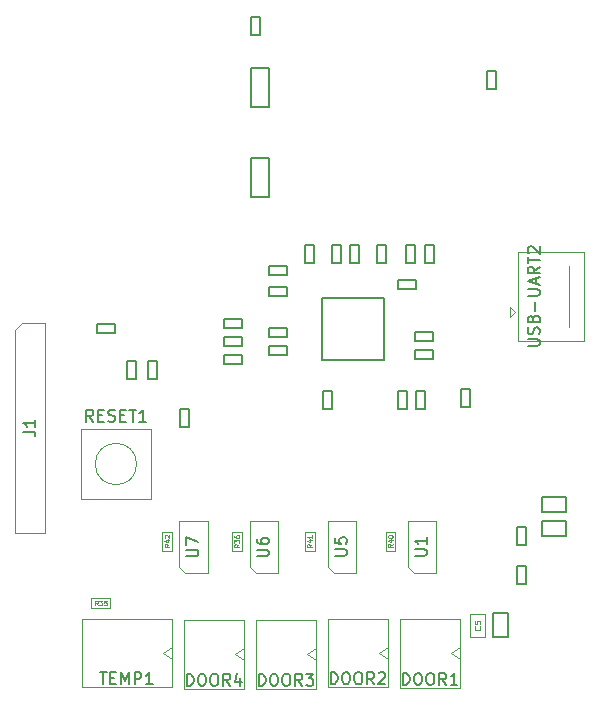
<source format=gbr>
G04 #@! TF.GenerationSoftware,KiCad,Pcbnew,(5.1.10)-1*
G04 #@! TF.CreationDate,2021-08-27T22:23:48-03:00*
G04 #@! TF.ProjectId,ESP32-GATEWAY_Rev_F,45535033-322d-4474-9154-455741595f52,F*
G04 #@! TF.SameCoordinates,Original*
G04 #@! TF.FileFunction,Other,Fab,Top*
%FSLAX46Y46*%
G04 Gerber Fmt 4.6, Leading zero omitted, Abs format (unit mm)*
G04 Created by KiCad (PCBNEW (5.1.10)-1) date 2021-08-27 22:23:48*
%MOMM*%
%LPD*%
G01*
G04 APERTURE LIST*
%ADD10C,0.100000*%
%ADD11C,0.120000*%
%ADD12C,0.127000*%
%ADD13C,0.150000*%
%ADD14C,0.060000*%
%ADD15C,0.080000*%
G04 APERTURE END LIST*
D10*
X84613500Y-116778300D02*
X83788500Y-116778300D01*
X83788500Y-116778300D02*
X83788500Y-115178300D01*
X83788500Y-115178300D02*
X84613500Y-115178300D01*
X84613500Y-115178300D02*
X84613500Y-116778300D01*
X90678000Y-128459500D02*
X90678000Y-122659500D01*
X90678000Y-122659500D02*
X85598000Y-122659500D01*
X85598000Y-122659500D02*
X85598000Y-128459500D01*
X85598000Y-128459500D02*
X90678000Y-128459500D01*
X90678000Y-126039500D02*
X89970893Y-125539500D01*
X89970893Y-125539500D02*
X90678000Y-125039500D01*
D11*
X85723500Y-118697500D02*
X87623500Y-118697500D01*
X85223500Y-118197500D02*
X85723500Y-118697500D01*
X85223500Y-114297500D02*
X85223500Y-118197500D01*
X87623500Y-114297500D02*
X85223500Y-114297500D01*
X87623500Y-118697500D02*
X87623500Y-114297500D01*
X91692500Y-118697500D02*
X93592500Y-118697500D01*
X91192500Y-118197500D02*
X91692500Y-118697500D01*
X91192500Y-114297500D02*
X91192500Y-118197500D01*
X93592500Y-114297500D02*
X91192500Y-114297500D01*
X93592500Y-118697500D02*
X93592500Y-114297500D01*
D10*
X90519000Y-116778300D02*
X89694000Y-116778300D01*
X89694000Y-116778300D02*
X89694000Y-115178300D01*
X89694000Y-115178300D02*
X90519000Y-115178300D01*
X90519000Y-115178300D02*
X90519000Y-116778300D01*
X96774000Y-128459500D02*
X96774000Y-122659500D01*
X96774000Y-122659500D02*
X91694000Y-122659500D01*
X91694000Y-122659500D02*
X91694000Y-128459500D01*
X91694000Y-128459500D02*
X96774000Y-128459500D01*
X96774000Y-126039500D02*
X96066893Y-125539500D01*
X96066893Y-125539500D02*
X96774000Y-125039500D01*
D11*
X98309200Y-118659000D02*
X100209200Y-118659000D01*
X97809200Y-118159000D02*
X98309200Y-118659000D01*
X97809200Y-114259000D02*
X97809200Y-118159000D01*
X100209200Y-114259000D02*
X97809200Y-114259000D01*
X100209200Y-118659000D02*
X100209200Y-114259000D01*
X105065600Y-118659000D02*
X106965600Y-118659000D01*
X104565600Y-118159000D02*
X105065600Y-118659000D01*
X104565600Y-114259000D02*
X104565600Y-118159000D01*
X106965600Y-114259000D02*
X104565600Y-114259000D01*
X106965600Y-118659000D02*
X106965600Y-114259000D01*
D10*
X96678500Y-116778300D02*
X95853500Y-116778300D01*
X95853500Y-116778300D02*
X95853500Y-115178300D01*
X95853500Y-115178300D02*
X96678500Y-115178300D01*
X96678500Y-115178300D02*
X96678500Y-116778300D01*
X103511100Y-116778300D02*
X102686100Y-116778300D01*
X102686100Y-116778300D02*
X102686100Y-115178300D01*
X102686100Y-115178300D02*
X103511100Y-115178300D01*
X103511100Y-115178300D02*
X103511100Y-116778300D01*
X111115000Y-124113800D02*
X109865000Y-124113800D01*
X109865000Y-124113800D02*
X109865000Y-122113800D01*
X109865000Y-122113800D02*
X111115000Y-122113800D01*
X111115000Y-122113800D02*
X111115000Y-124113800D01*
X76857600Y-106448600D02*
X76857600Y-112448600D01*
X76857600Y-112448600D02*
X82857600Y-112448600D01*
X82857600Y-112448600D02*
X82857600Y-106448600D01*
X82857600Y-106448600D02*
X76857600Y-106448600D01*
X81608314Y-109448600D02*
G75*
G03*
X81608314Y-109448600I-1750714J0D01*
G01*
X77773000Y-121634000D02*
X77773000Y-120809000D01*
X77773000Y-120809000D02*
X79373000Y-120809000D01*
X79373000Y-120809000D02*
X79373000Y-121634000D01*
X79373000Y-121634000D02*
X77773000Y-121634000D01*
X71297800Y-98120200D02*
X71932800Y-97485200D01*
X71297800Y-115265200D02*
X71297800Y-98120200D01*
X73837800Y-115265200D02*
X71297800Y-115265200D01*
X73837800Y-97485200D02*
X73837800Y-115265200D01*
X71932800Y-97485200D02*
X73837800Y-97485200D01*
X84582000Y-128332500D02*
X84582000Y-122532500D01*
X84582000Y-122532500D02*
X76962000Y-122532500D01*
X76962000Y-122532500D02*
X76962000Y-128332500D01*
X76962000Y-128332500D02*
X84582000Y-128332500D01*
X84582000Y-125912500D02*
X83874893Y-125412500D01*
X83874893Y-125412500D02*
X84582000Y-124912500D01*
X102870000Y-128332500D02*
X102870000Y-122532500D01*
X102870000Y-122532500D02*
X97790000Y-122532500D01*
X97790000Y-122532500D02*
X97790000Y-128332500D01*
X97790000Y-128332500D02*
X102870000Y-128332500D01*
X102870000Y-125912500D02*
X102162893Y-125412500D01*
X102162893Y-125412500D02*
X102870000Y-124912500D01*
X108966000Y-128396000D02*
X108966000Y-122596000D01*
X108966000Y-122596000D02*
X103886000Y-122596000D01*
X103886000Y-122596000D02*
X103886000Y-128396000D01*
X103886000Y-128396000D02*
X108966000Y-128396000D01*
X108966000Y-125976000D02*
X108258893Y-125476000D01*
X108258893Y-125476000D02*
X108966000Y-124976000D01*
X113618400Y-96562700D02*
X113218400Y-96162700D01*
X113218400Y-96162700D02*
X113218400Y-96962700D01*
X113218400Y-96962700D02*
X113618400Y-96562700D01*
X119518400Y-99012700D02*
X113918400Y-99012700D01*
X119518400Y-91512700D02*
X119518400Y-99012700D01*
X113918400Y-91512700D02*
X119518400Y-91512700D01*
X113918400Y-99012700D02*
X113918400Y-91512700D01*
X118218400Y-97862700D02*
X118218400Y-92662700D01*
D12*
X89027000Y-97917000D02*
X89789000Y-97917000D01*
X89027000Y-97155000D02*
X89027000Y-97917000D01*
X90551000Y-97155000D02*
X89027000Y-97155000D01*
X90551000Y-97917000D02*
X90551000Y-97155000D01*
X89789000Y-97917000D02*
X90551000Y-97917000D01*
D13*
X90550999Y-98679000D02*
X89788999Y-98679000D01*
X90550999Y-99441000D02*
X90550999Y-98679000D01*
X89026999Y-99441000D02*
X90550999Y-99441000D01*
X89026999Y-98679000D02*
X89026999Y-99441000D01*
X89788999Y-98679000D02*
X89026999Y-98679000D01*
D12*
X90550999Y-100203000D02*
X89788999Y-100203000D01*
X90550999Y-100965000D02*
X90550999Y-100203000D01*
X89026999Y-100965000D02*
X90550999Y-100965000D01*
X89026999Y-100203000D02*
X89026999Y-100965000D01*
X89788999Y-100203000D02*
X89026999Y-100203000D01*
X85244940Y-104754680D02*
X85244940Y-105516680D01*
X86006940Y-104754680D02*
X85244940Y-104754680D01*
X86006940Y-106278680D02*
X86006940Y-104754680D01*
X85244940Y-106278680D02*
X86006940Y-106278680D01*
X85244940Y-105516680D02*
X85244940Y-106278680D01*
D13*
X117983000Y-114300000D02*
X117983000Y-115570000D01*
X115951000Y-114300000D02*
X117983000Y-114300000D01*
X115951000Y-115570000D02*
X115951000Y-114300000D01*
X116967000Y-115570000D02*
X115951000Y-115570000D01*
X117983000Y-115570000D02*
X116967000Y-115570000D01*
X117983000Y-112268000D02*
X117983000Y-113538000D01*
X115951000Y-112268000D02*
X117983000Y-112268000D01*
X115951000Y-113538000D02*
X115951000Y-112268000D01*
X116967000Y-113538000D02*
X115951000Y-113538000D01*
X117983000Y-113538000D02*
X116967000Y-113538000D01*
D12*
X113792000Y-114808000D02*
X113792000Y-115570000D01*
X114554000Y-114808000D02*
X113792000Y-114808000D01*
X114554000Y-116332000D02*
X114554000Y-114808000D01*
X113792000Y-116332000D02*
X114554000Y-116332000D01*
X113792000Y-115570000D02*
X113792000Y-116332000D01*
X114554000Y-119634000D02*
X114554000Y-118872000D01*
X113792000Y-119634000D02*
X114554000Y-119634000D01*
X113792000Y-118110000D02*
X113792000Y-119634000D01*
X114554000Y-118110000D02*
X113792000Y-118110000D01*
X114554000Y-118872000D02*
X114554000Y-118110000D01*
X83312000Y-102235000D02*
X83312000Y-101473000D01*
X82550000Y-102235000D02*
X83312000Y-102235000D01*
X82550000Y-100711000D02*
X82550000Y-102235000D01*
X83312000Y-100711000D02*
X82550000Y-100711000D01*
X83312000Y-101473000D02*
X83312000Y-100711000D01*
D13*
X92837000Y-75946000D02*
X91313000Y-75946000D01*
X92837000Y-79248000D02*
X92837000Y-75946000D01*
X91313000Y-79248000D02*
X92837000Y-79248000D01*
X91313000Y-79248000D02*
X91313000Y-75946000D01*
X91313000Y-86868000D02*
X92837000Y-86868000D01*
X91313000Y-83566000D02*
X91313000Y-86868000D01*
X92837000Y-83566000D02*
X91313000Y-83566000D01*
X92837000Y-83566000D02*
X92837000Y-86868000D01*
D12*
X92837000Y-93472000D02*
X93599000Y-93472000D01*
X92837000Y-92710000D02*
X92837000Y-93472000D01*
X94361000Y-92710000D02*
X92837000Y-92710000D01*
X94361000Y-93472000D02*
X94361000Y-92710000D01*
X93599000Y-93472000D02*
X94361000Y-93472000D01*
X106680000Y-99822000D02*
X105918000Y-99822000D01*
X106680000Y-100584000D02*
X106680000Y-99822000D01*
X105156000Y-100584000D02*
X106680000Y-100584000D01*
X105156000Y-99822000D02*
X105156000Y-100584000D01*
X105918000Y-99822000D02*
X105156000Y-99822000D01*
X100457000Y-92456000D02*
X100457000Y-91694000D01*
X99695000Y-92456000D02*
X100457000Y-92456000D01*
X99695000Y-90932000D02*
X99695000Y-92456000D01*
X100457000Y-90932000D02*
X99695000Y-90932000D01*
X100457000Y-91694000D02*
X100457000Y-90932000D01*
X102743000Y-92456000D02*
X102743000Y-91694000D01*
X101981000Y-92456000D02*
X102743000Y-92456000D01*
X101981000Y-90932000D02*
X101981000Y-92456000D01*
X102743000Y-90932000D02*
X101981000Y-90932000D01*
X102743000Y-91694000D02*
X102743000Y-90932000D01*
X96647000Y-92456000D02*
X96647000Y-91694000D01*
X95885000Y-92456000D02*
X96647000Y-92456000D01*
X95885000Y-90932000D02*
X95885000Y-92456000D01*
X96647000Y-90932000D02*
X95885000Y-90932000D01*
X96647000Y-91694000D02*
X96647000Y-90932000D01*
X78211680Y-98391980D02*
X78973680Y-98391980D01*
X78211680Y-97629980D02*
X78211680Y-98391980D01*
X79735680Y-97629980D02*
X78211680Y-97629980D01*
X79735680Y-98391980D02*
X79735680Y-97629980D01*
X78973680Y-98391980D02*
X79735680Y-98391980D01*
X98933000Y-92456000D02*
X98933000Y-91694000D01*
X98171000Y-92456000D02*
X98933000Y-92456000D01*
X98171000Y-90932000D02*
X98171000Y-92456000D01*
X98933000Y-90932000D02*
X98171000Y-90932000D01*
X98933000Y-91694000D02*
X98933000Y-90932000D01*
X112014000Y-77724000D02*
X112014000Y-76962000D01*
X111252000Y-77724000D02*
X112014000Y-77724000D01*
X111252000Y-76200000D02*
X111252000Y-77724000D01*
X112014000Y-76200000D02*
X111252000Y-76200000D01*
X112014000Y-76962000D02*
X112014000Y-76200000D01*
X91313000Y-71628000D02*
X91313000Y-72390000D01*
X92075000Y-71628000D02*
X91313000Y-71628000D01*
X92075000Y-73152000D02*
X92075000Y-71628000D01*
X91313000Y-73152000D02*
X92075000Y-73152000D01*
X91313000Y-72390000D02*
X91313000Y-73152000D01*
X80772000Y-100711000D02*
X80772000Y-101473000D01*
X81534000Y-100711000D02*
X80772000Y-100711000D01*
X81534000Y-102235000D02*
X81534000Y-100711000D01*
X80772000Y-102235000D02*
X81534000Y-102235000D01*
X80772000Y-101473000D02*
X80772000Y-102235000D01*
D13*
X105156000Y-99060000D02*
X105918000Y-99060000D01*
X105156000Y-98298000D02*
X105156000Y-99060000D01*
X106680000Y-98298000D02*
X105156000Y-98298000D01*
X106680000Y-99060000D02*
X106680000Y-98298000D01*
X105918000Y-99060000D02*
X106680000Y-99060000D01*
X92837000Y-98679000D02*
X93599000Y-98679000D01*
X92837000Y-97917000D02*
X92837000Y-98679000D01*
X94361000Y-97917000D02*
X92837000Y-97917000D01*
X94361000Y-98679000D02*
X94361000Y-97917000D01*
X93599000Y-98679000D02*
X94361000Y-98679000D01*
X92837000Y-100203000D02*
X93599000Y-100203000D01*
X92837000Y-99441000D02*
X92837000Y-100203000D01*
X94361000Y-99441000D02*
X92837000Y-99441000D01*
X94361000Y-100203000D02*
X94361000Y-99441000D01*
X93599000Y-100203000D02*
X94361000Y-100203000D01*
X92837000Y-95250000D02*
X93599000Y-95250000D01*
X92837000Y-94488000D02*
X92837000Y-95250000D01*
X94361000Y-94488000D02*
X92837000Y-94488000D01*
X94361000Y-95250000D02*
X94361000Y-94488000D01*
X93599000Y-95250000D02*
X94361000Y-95250000D01*
X105283000Y-93853000D02*
X104521000Y-93853000D01*
X105283000Y-94615000D02*
X105283000Y-93853000D01*
X103759000Y-94615000D02*
X105283000Y-94615000D01*
X103759000Y-93853000D02*
X103759000Y-94615000D01*
X104521000Y-93853000D02*
X103759000Y-93853000D01*
X98171000Y-104775000D02*
X98171000Y-104013000D01*
X97409000Y-104775000D02*
X98171000Y-104775000D01*
X97409000Y-103251000D02*
X97409000Y-104775000D01*
X98171000Y-103251000D02*
X97409000Y-103251000D01*
X98171000Y-104013000D02*
X98171000Y-103251000D01*
X109855000Y-104648000D02*
X109855000Y-103886000D01*
X109093000Y-104648000D02*
X109855000Y-104648000D01*
X109093000Y-103124000D02*
X109093000Y-104648000D01*
X109855000Y-103124000D02*
X109093000Y-103124000D01*
X109855000Y-103886000D02*
X109855000Y-103124000D01*
X106807000Y-92456000D02*
X106807000Y-91694000D01*
X106045000Y-92456000D02*
X106807000Y-92456000D01*
X106045000Y-90932000D02*
X106045000Y-92456000D01*
X106807000Y-90932000D02*
X106045000Y-90932000D01*
X106807000Y-91694000D02*
X106807000Y-90932000D01*
X103759000Y-103251000D02*
X103759000Y-104013000D01*
X104521000Y-103251000D02*
X103759000Y-103251000D01*
X104521000Y-104775000D02*
X104521000Y-103251000D01*
X103759000Y-104775000D02*
X104521000Y-104775000D01*
X103759000Y-104013000D02*
X103759000Y-104775000D01*
X105283000Y-103251000D02*
X105283000Y-104013000D01*
X106045000Y-103251000D02*
X105283000Y-103251000D01*
X106045000Y-104775000D02*
X106045000Y-103251000D01*
X105283000Y-104775000D02*
X106045000Y-104775000D01*
X105283000Y-104013000D02*
X105283000Y-104775000D01*
X113030000Y-124079000D02*
X111760000Y-124079000D01*
X113030000Y-122047000D02*
X113030000Y-124079000D01*
X111760000Y-122047000D02*
X113030000Y-122047000D01*
X111760000Y-123063000D02*
X111760000Y-122047000D01*
X111760000Y-124079000D02*
X111760000Y-123063000D01*
X102579000Y-95414000D02*
X102579000Y-100674000D01*
X102579000Y-100674000D02*
X97319000Y-100674000D01*
X97319000Y-100674000D02*
X97319000Y-95414000D01*
X97319000Y-95414000D02*
X102579000Y-95414000D01*
D12*
X104394000Y-90932000D02*
X104394000Y-91694000D01*
X105156000Y-90932000D02*
X104394000Y-90932000D01*
X105156000Y-92456000D02*
X105156000Y-90932000D01*
X104394000Y-92456000D02*
X105156000Y-92456000D01*
X104394000Y-91694000D02*
X104394000Y-92456000D01*
D14*
X84381952Y-116235442D02*
X84191476Y-116368776D01*
X84381952Y-116464014D02*
X83981952Y-116464014D01*
X83981952Y-116311633D01*
X84001000Y-116273538D01*
X84020047Y-116254490D01*
X84058142Y-116235442D01*
X84115285Y-116235442D01*
X84153380Y-116254490D01*
X84172428Y-116273538D01*
X84191476Y-116311633D01*
X84191476Y-116464014D01*
X84115285Y-115892585D02*
X84381952Y-115892585D01*
X83962904Y-115987823D02*
X84248619Y-116083061D01*
X84248619Y-115835442D01*
X84020047Y-115702109D02*
X84001000Y-115683061D01*
X83981952Y-115644966D01*
X83981952Y-115549728D01*
X84001000Y-115511633D01*
X84020047Y-115492585D01*
X84058142Y-115473538D01*
X84096238Y-115473538D01*
X84153380Y-115492585D01*
X84381952Y-115721157D01*
X84381952Y-115473538D01*
D13*
X85852285Y-128211880D02*
X85852285Y-127211880D01*
X86090380Y-127211880D01*
X86233238Y-127259500D01*
X86328476Y-127354738D01*
X86376095Y-127449976D01*
X86423714Y-127640452D01*
X86423714Y-127783309D01*
X86376095Y-127973785D01*
X86328476Y-128069023D01*
X86233238Y-128164261D01*
X86090380Y-128211880D01*
X85852285Y-128211880D01*
X87042761Y-127211880D02*
X87233238Y-127211880D01*
X87328476Y-127259500D01*
X87423714Y-127354738D01*
X87471333Y-127545214D01*
X87471333Y-127878547D01*
X87423714Y-128069023D01*
X87328476Y-128164261D01*
X87233238Y-128211880D01*
X87042761Y-128211880D01*
X86947523Y-128164261D01*
X86852285Y-128069023D01*
X86804666Y-127878547D01*
X86804666Y-127545214D01*
X86852285Y-127354738D01*
X86947523Y-127259500D01*
X87042761Y-127211880D01*
X88090380Y-127211880D02*
X88280857Y-127211880D01*
X88376095Y-127259500D01*
X88471333Y-127354738D01*
X88518952Y-127545214D01*
X88518952Y-127878547D01*
X88471333Y-128069023D01*
X88376095Y-128164261D01*
X88280857Y-128211880D01*
X88090380Y-128211880D01*
X87995142Y-128164261D01*
X87899904Y-128069023D01*
X87852285Y-127878547D01*
X87852285Y-127545214D01*
X87899904Y-127354738D01*
X87995142Y-127259500D01*
X88090380Y-127211880D01*
X89518952Y-128211880D02*
X89185619Y-127735690D01*
X88947523Y-128211880D02*
X88947523Y-127211880D01*
X89328476Y-127211880D01*
X89423714Y-127259500D01*
X89471333Y-127307119D01*
X89518952Y-127402357D01*
X89518952Y-127545214D01*
X89471333Y-127640452D01*
X89423714Y-127688071D01*
X89328476Y-127735690D01*
X88947523Y-127735690D01*
X90376095Y-127545214D02*
X90376095Y-128211880D01*
X90138000Y-127164261D02*
X89899904Y-127878547D01*
X90518952Y-127878547D01*
X85810880Y-117259404D02*
X86620404Y-117259404D01*
X86715642Y-117211785D01*
X86763261Y-117164166D01*
X86810880Y-117068928D01*
X86810880Y-116878452D01*
X86763261Y-116783214D01*
X86715642Y-116735595D01*
X86620404Y-116687976D01*
X85810880Y-116687976D01*
X85810880Y-116307023D02*
X85810880Y-115640357D01*
X86810880Y-116068928D01*
X91779880Y-117259404D02*
X92589404Y-117259404D01*
X92684642Y-117211785D01*
X92732261Y-117164166D01*
X92779880Y-117068928D01*
X92779880Y-116878452D01*
X92732261Y-116783214D01*
X92684642Y-116735595D01*
X92589404Y-116687976D01*
X91779880Y-116687976D01*
X91779880Y-115783214D02*
X91779880Y-115973690D01*
X91827500Y-116068928D01*
X91875119Y-116116547D01*
X92017976Y-116211785D01*
X92208452Y-116259404D01*
X92589404Y-116259404D01*
X92684642Y-116211785D01*
X92732261Y-116164166D01*
X92779880Y-116068928D01*
X92779880Y-115878452D01*
X92732261Y-115783214D01*
X92684642Y-115735595D01*
X92589404Y-115687976D01*
X92351309Y-115687976D01*
X92256071Y-115735595D01*
X92208452Y-115783214D01*
X92160833Y-115878452D01*
X92160833Y-116068928D01*
X92208452Y-116164166D01*
X92256071Y-116211785D01*
X92351309Y-116259404D01*
D14*
X90287452Y-116235442D02*
X90096976Y-116368776D01*
X90287452Y-116464014D02*
X89887452Y-116464014D01*
X89887452Y-116311633D01*
X89906500Y-116273538D01*
X89925547Y-116254490D01*
X89963642Y-116235442D01*
X90020785Y-116235442D01*
X90058880Y-116254490D01*
X90077928Y-116273538D01*
X90096976Y-116311633D01*
X90096976Y-116464014D01*
X89887452Y-116102109D02*
X89887452Y-115854490D01*
X90039833Y-115987823D01*
X90039833Y-115930680D01*
X90058880Y-115892585D01*
X90077928Y-115873538D01*
X90116023Y-115854490D01*
X90211261Y-115854490D01*
X90249357Y-115873538D01*
X90268404Y-115892585D01*
X90287452Y-115930680D01*
X90287452Y-116044966D01*
X90268404Y-116083061D01*
X90249357Y-116102109D01*
X89887452Y-115511633D02*
X89887452Y-115587823D01*
X89906500Y-115625919D01*
X89925547Y-115644966D01*
X89982690Y-115683061D01*
X90058880Y-115702109D01*
X90211261Y-115702109D01*
X90249357Y-115683061D01*
X90268404Y-115664014D01*
X90287452Y-115625919D01*
X90287452Y-115549728D01*
X90268404Y-115511633D01*
X90249357Y-115492585D01*
X90211261Y-115473538D01*
X90116023Y-115473538D01*
X90077928Y-115492585D01*
X90058880Y-115511633D01*
X90039833Y-115549728D01*
X90039833Y-115625919D01*
X90058880Y-115664014D01*
X90077928Y-115683061D01*
X90116023Y-115702109D01*
D13*
X91948285Y-128211880D02*
X91948285Y-127211880D01*
X92186380Y-127211880D01*
X92329238Y-127259500D01*
X92424476Y-127354738D01*
X92472095Y-127449976D01*
X92519714Y-127640452D01*
X92519714Y-127783309D01*
X92472095Y-127973785D01*
X92424476Y-128069023D01*
X92329238Y-128164261D01*
X92186380Y-128211880D01*
X91948285Y-128211880D01*
X93138761Y-127211880D02*
X93329238Y-127211880D01*
X93424476Y-127259500D01*
X93519714Y-127354738D01*
X93567333Y-127545214D01*
X93567333Y-127878547D01*
X93519714Y-128069023D01*
X93424476Y-128164261D01*
X93329238Y-128211880D01*
X93138761Y-128211880D01*
X93043523Y-128164261D01*
X92948285Y-128069023D01*
X92900666Y-127878547D01*
X92900666Y-127545214D01*
X92948285Y-127354738D01*
X93043523Y-127259500D01*
X93138761Y-127211880D01*
X94186380Y-127211880D02*
X94376857Y-127211880D01*
X94472095Y-127259500D01*
X94567333Y-127354738D01*
X94614952Y-127545214D01*
X94614952Y-127878547D01*
X94567333Y-128069023D01*
X94472095Y-128164261D01*
X94376857Y-128211880D01*
X94186380Y-128211880D01*
X94091142Y-128164261D01*
X93995904Y-128069023D01*
X93948285Y-127878547D01*
X93948285Y-127545214D01*
X93995904Y-127354738D01*
X94091142Y-127259500D01*
X94186380Y-127211880D01*
X95614952Y-128211880D02*
X95281619Y-127735690D01*
X95043523Y-128211880D02*
X95043523Y-127211880D01*
X95424476Y-127211880D01*
X95519714Y-127259500D01*
X95567333Y-127307119D01*
X95614952Y-127402357D01*
X95614952Y-127545214D01*
X95567333Y-127640452D01*
X95519714Y-127688071D01*
X95424476Y-127735690D01*
X95043523Y-127735690D01*
X95948285Y-127211880D02*
X96567333Y-127211880D01*
X96234000Y-127592833D01*
X96376857Y-127592833D01*
X96472095Y-127640452D01*
X96519714Y-127688071D01*
X96567333Y-127783309D01*
X96567333Y-128021404D01*
X96519714Y-128116642D01*
X96472095Y-128164261D01*
X96376857Y-128211880D01*
X96091142Y-128211880D01*
X95995904Y-128164261D01*
X95948285Y-128116642D01*
X98396580Y-117220904D02*
X99206104Y-117220904D01*
X99301342Y-117173285D01*
X99348961Y-117125666D01*
X99396580Y-117030428D01*
X99396580Y-116839952D01*
X99348961Y-116744714D01*
X99301342Y-116697095D01*
X99206104Y-116649476D01*
X98396580Y-116649476D01*
X98396580Y-115697095D02*
X98396580Y-116173285D01*
X98872771Y-116220904D01*
X98825152Y-116173285D01*
X98777533Y-116078047D01*
X98777533Y-115839952D01*
X98825152Y-115744714D01*
X98872771Y-115697095D01*
X98968009Y-115649476D01*
X99206104Y-115649476D01*
X99301342Y-115697095D01*
X99348961Y-115744714D01*
X99396580Y-115839952D01*
X99396580Y-116078047D01*
X99348961Y-116173285D01*
X99301342Y-116220904D01*
X105152980Y-117220904D02*
X105962504Y-117220904D01*
X106057742Y-117173285D01*
X106105361Y-117125666D01*
X106152980Y-117030428D01*
X106152980Y-116839952D01*
X106105361Y-116744714D01*
X106057742Y-116697095D01*
X105962504Y-116649476D01*
X105152980Y-116649476D01*
X106152980Y-115649476D02*
X106152980Y-116220904D01*
X106152980Y-115935190D02*
X105152980Y-115935190D01*
X105295838Y-116030428D01*
X105391076Y-116125666D01*
X105438695Y-116220904D01*
D14*
X96446952Y-116235442D02*
X96256476Y-116368776D01*
X96446952Y-116464014D02*
X96046952Y-116464014D01*
X96046952Y-116311633D01*
X96066000Y-116273538D01*
X96085047Y-116254490D01*
X96123142Y-116235442D01*
X96180285Y-116235442D01*
X96218380Y-116254490D01*
X96237428Y-116273538D01*
X96256476Y-116311633D01*
X96256476Y-116464014D01*
X96180285Y-115892585D02*
X96446952Y-115892585D01*
X96027904Y-115987823D02*
X96313619Y-116083061D01*
X96313619Y-115835442D01*
X96446952Y-115473538D02*
X96446952Y-115702109D01*
X96446952Y-115587823D02*
X96046952Y-115587823D01*
X96104095Y-115625919D01*
X96142190Y-115664014D01*
X96161238Y-115702109D01*
X103279552Y-116235442D02*
X103089076Y-116368776D01*
X103279552Y-116464014D02*
X102879552Y-116464014D01*
X102879552Y-116311633D01*
X102898600Y-116273538D01*
X102917647Y-116254490D01*
X102955742Y-116235442D01*
X103012885Y-116235442D01*
X103050980Y-116254490D01*
X103070028Y-116273538D01*
X103089076Y-116311633D01*
X103089076Y-116464014D01*
X103012885Y-115892585D02*
X103279552Y-115892585D01*
X102860504Y-115987823D02*
X103146219Y-116083061D01*
X103146219Y-115835442D01*
X102879552Y-115606871D02*
X102879552Y-115568776D01*
X102898600Y-115530680D01*
X102917647Y-115511633D01*
X102955742Y-115492585D01*
X103031933Y-115473538D01*
X103127171Y-115473538D01*
X103203361Y-115492585D01*
X103241457Y-115511633D01*
X103260504Y-115530680D01*
X103279552Y-115568776D01*
X103279552Y-115606871D01*
X103260504Y-115644966D01*
X103241457Y-115664014D01*
X103203361Y-115683061D01*
X103127171Y-115702109D01*
X103031933Y-115702109D01*
X102955742Y-115683061D01*
X102917647Y-115664014D01*
X102898600Y-115644966D01*
X102879552Y-115606871D01*
D15*
X110668571Y-123197133D02*
X110692380Y-123220942D01*
X110716190Y-123292371D01*
X110716190Y-123339990D01*
X110692380Y-123411419D01*
X110644761Y-123459038D01*
X110597142Y-123482847D01*
X110501904Y-123506657D01*
X110430476Y-123506657D01*
X110335238Y-123482847D01*
X110287619Y-123459038D01*
X110240000Y-123411419D01*
X110216190Y-123339990D01*
X110216190Y-123292371D01*
X110240000Y-123220942D01*
X110263809Y-123197133D01*
X110216190Y-122744752D02*
X110216190Y-122982847D01*
X110454285Y-123006657D01*
X110430476Y-122982847D01*
X110406666Y-122935228D01*
X110406666Y-122816180D01*
X110430476Y-122768561D01*
X110454285Y-122744752D01*
X110501904Y-122720942D01*
X110620952Y-122720942D01*
X110668571Y-122744752D01*
X110692380Y-122768561D01*
X110716190Y-122816180D01*
X110716190Y-122935228D01*
X110692380Y-122982847D01*
X110668571Y-123006657D01*
D13*
X77929028Y-105850980D02*
X77595695Y-105374790D01*
X77357600Y-105850980D02*
X77357600Y-104850980D01*
X77738552Y-104850980D01*
X77833790Y-104898600D01*
X77881409Y-104946219D01*
X77929028Y-105041457D01*
X77929028Y-105184314D01*
X77881409Y-105279552D01*
X77833790Y-105327171D01*
X77738552Y-105374790D01*
X77357600Y-105374790D01*
X78357600Y-105327171D02*
X78690933Y-105327171D01*
X78833790Y-105850980D02*
X78357600Y-105850980D01*
X78357600Y-104850980D01*
X78833790Y-104850980D01*
X79214742Y-105803361D02*
X79357600Y-105850980D01*
X79595695Y-105850980D01*
X79690933Y-105803361D01*
X79738552Y-105755742D01*
X79786171Y-105660504D01*
X79786171Y-105565266D01*
X79738552Y-105470028D01*
X79690933Y-105422409D01*
X79595695Y-105374790D01*
X79405219Y-105327171D01*
X79309980Y-105279552D01*
X79262361Y-105231933D01*
X79214742Y-105136695D01*
X79214742Y-105041457D01*
X79262361Y-104946219D01*
X79309980Y-104898600D01*
X79405219Y-104850980D01*
X79643314Y-104850980D01*
X79786171Y-104898600D01*
X80214742Y-105327171D02*
X80548076Y-105327171D01*
X80690933Y-105850980D02*
X80214742Y-105850980D01*
X80214742Y-104850980D01*
X80690933Y-104850980D01*
X80976647Y-104850980D02*
X81548076Y-104850980D01*
X81262361Y-105850980D02*
X81262361Y-104850980D01*
X82405219Y-105850980D02*
X81833790Y-105850980D01*
X82119504Y-105850980D02*
X82119504Y-104850980D01*
X82024266Y-104993838D01*
X81929028Y-105089076D01*
X81833790Y-105136695D01*
D14*
X78315857Y-121402452D02*
X78182523Y-121211976D01*
X78087285Y-121402452D02*
X78087285Y-121002452D01*
X78239666Y-121002452D01*
X78277761Y-121021500D01*
X78296809Y-121040547D01*
X78315857Y-121078642D01*
X78315857Y-121135785D01*
X78296809Y-121173880D01*
X78277761Y-121192928D01*
X78239666Y-121211976D01*
X78087285Y-121211976D01*
X78449190Y-121002452D02*
X78696809Y-121002452D01*
X78563476Y-121154833D01*
X78620619Y-121154833D01*
X78658714Y-121173880D01*
X78677761Y-121192928D01*
X78696809Y-121231023D01*
X78696809Y-121326261D01*
X78677761Y-121364357D01*
X78658714Y-121383404D01*
X78620619Y-121402452D01*
X78506333Y-121402452D01*
X78468238Y-121383404D01*
X78449190Y-121364357D01*
X79058714Y-121002452D02*
X78868238Y-121002452D01*
X78849190Y-121192928D01*
X78868238Y-121173880D01*
X78906333Y-121154833D01*
X79001571Y-121154833D01*
X79039666Y-121173880D01*
X79058714Y-121192928D01*
X79077761Y-121231023D01*
X79077761Y-121326261D01*
X79058714Y-121364357D01*
X79039666Y-121383404D01*
X79001571Y-121402452D01*
X78906333Y-121402452D01*
X78868238Y-121383404D01*
X78849190Y-121364357D01*
D13*
X72020180Y-106708533D02*
X72734466Y-106708533D01*
X72877323Y-106756152D01*
X72972561Y-106851390D01*
X73020180Y-106994247D01*
X73020180Y-107089485D01*
X73020180Y-105708533D02*
X73020180Y-106279961D01*
X73020180Y-105994247D02*
X72020180Y-105994247D01*
X72163038Y-106089485D01*
X72258276Y-106184723D01*
X72305895Y-106279961D01*
X78486285Y-127084880D02*
X79057714Y-127084880D01*
X78772000Y-128084880D02*
X78772000Y-127084880D01*
X79391047Y-127561071D02*
X79724380Y-127561071D01*
X79867238Y-128084880D02*
X79391047Y-128084880D01*
X79391047Y-127084880D01*
X79867238Y-127084880D01*
X80295809Y-128084880D02*
X80295809Y-127084880D01*
X80629142Y-127799166D01*
X80962476Y-127084880D01*
X80962476Y-128084880D01*
X81438666Y-128084880D02*
X81438666Y-127084880D01*
X81819619Y-127084880D01*
X81914857Y-127132500D01*
X81962476Y-127180119D01*
X82010095Y-127275357D01*
X82010095Y-127418214D01*
X81962476Y-127513452D01*
X81914857Y-127561071D01*
X81819619Y-127608690D01*
X81438666Y-127608690D01*
X82962476Y-128084880D02*
X82391047Y-128084880D01*
X82676761Y-128084880D02*
X82676761Y-127084880D01*
X82581523Y-127227738D01*
X82486285Y-127322976D01*
X82391047Y-127370595D01*
X98044285Y-128084880D02*
X98044285Y-127084880D01*
X98282380Y-127084880D01*
X98425238Y-127132500D01*
X98520476Y-127227738D01*
X98568095Y-127322976D01*
X98615714Y-127513452D01*
X98615714Y-127656309D01*
X98568095Y-127846785D01*
X98520476Y-127942023D01*
X98425238Y-128037261D01*
X98282380Y-128084880D01*
X98044285Y-128084880D01*
X99234761Y-127084880D02*
X99425238Y-127084880D01*
X99520476Y-127132500D01*
X99615714Y-127227738D01*
X99663333Y-127418214D01*
X99663333Y-127751547D01*
X99615714Y-127942023D01*
X99520476Y-128037261D01*
X99425238Y-128084880D01*
X99234761Y-128084880D01*
X99139523Y-128037261D01*
X99044285Y-127942023D01*
X98996666Y-127751547D01*
X98996666Y-127418214D01*
X99044285Y-127227738D01*
X99139523Y-127132500D01*
X99234761Y-127084880D01*
X100282380Y-127084880D02*
X100472857Y-127084880D01*
X100568095Y-127132500D01*
X100663333Y-127227738D01*
X100710952Y-127418214D01*
X100710952Y-127751547D01*
X100663333Y-127942023D01*
X100568095Y-128037261D01*
X100472857Y-128084880D01*
X100282380Y-128084880D01*
X100187142Y-128037261D01*
X100091904Y-127942023D01*
X100044285Y-127751547D01*
X100044285Y-127418214D01*
X100091904Y-127227738D01*
X100187142Y-127132500D01*
X100282380Y-127084880D01*
X101710952Y-128084880D02*
X101377619Y-127608690D01*
X101139523Y-128084880D02*
X101139523Y-127084880D01*
X101520476Y-127084880D01*
X101615714Y-127132500D01*
X101663333Y-127180119D01*
X101710952Y-127275357D01*
X101710952Y-127418214D01*
X101663333Y-127513452D01*
X101615714Y-127561071D01*
X101520476Y-127608690D01*
X101139523Y-127608690D01*
X102091904Y-127180119D02*
X102139523Y-127132500D01*
X102234761Y-127084880D01*
X102472857Y-127084880D01*
X102568095Y-127132500D01*
X102615714Y-127180119D01*
X102663333Y-127275357D01*
X102663333Y-127370595D01*
X102615714Y-127513452D01*
X102044285Y-128084880D01*
X102663333Y-128084880D01*
X104140285Y-128148380D02*
X104140285Y-127148380D01*
X104378380Y-127148380D01*
X104521238Y-127196000D01*
X104616476Y-127291238D01*
X104664095Y-127386476D01*
X104711714Y-127576952D01*
X104711714Y-127719809D01*
X104664095Y-127910285D01*
X104616476Y-128005523D01*
X104521238Y-128100761D01*
X104378380Y-128148380D01*
X104140285Y-128148380D01*
X105330761Y-127148380D02*
X105521238Y-127148380D01*
X105616476Y-127196000D01*
X105711714Y-127291238D01*
X105759333Y-127481714D01*
X105759333Y-127815047D01*
X105711714Y-128005523D01*
X105616476Y-128100761D01*
X105521238Y-128148380D01*
X105330761Y-128148380D01*
X105235523Y-128100761D01*
X105140285Y-128005523D01*
X105092666Y-127815047D01*
X105092666Y-127481714D01*
X105140285Y-127291238D01*
X105235523Y-127196000D01*
X105330761Y-127148380D01*
X106378380Y-127148380D02*
X106568857Y-127148380D01*
X106664095Y-127196000D01*
X106759333Y-127291238D01*
X106806952Y-127481714D01*
X106806952Y-127815047D01*
X106759333Y-128005523D01*
X106664095Y-128100761D01*
X106568857Y-128148380D01*
X106378380Y-128148380D01*
X106283142Y-128100761D01*
X106187904Y-128005523D01*
X106140285Y-127815047D01*
X106140285Y-127481714D01*
X106187904Y-127291238D01*
X106283142Y-127196000D01*
X106378380Y-127148380D01*
X107806952Y-128148380D02*
X107473619Y-127672190D01*
X107235523Y-128148380D02*
X107235523Y-127148380D01*
X107616476Y-127148380D01*
X107711714Y-127196000D01*
X107759333Y-127243619D01*
X107806952Y-127338857D01*
X107806952Y-127481714D01*
X107759333Y-127576952D01*
X107711714Y-127624571D01*
X107616476Y-127672190D01*
X107235523Y-127672190D01*
X108759333Y-128148380D02*
X108187904Y-128148380D01*
X108473619Y-128148380D02*
X108473619Y-127148380D01*
X108378380Y-127291238D01*
X108283142Y-127386476D01*
X108187904Y-127434095D01*
X114720780Y-99453176D02*
X115530304Y-99453176D01*
X115625542Y-99405557D01*
X115673161Y-99357938D01*
X115720780Y-99262700D01*
X115720780Y-99072223D01*
X115673161Y-98976985D01*
X115625542Y-98929366D01*
X115530304Y-98881747D01*
X114720780Y-98881747D01*
X115673161Y-98453176D02*
X115720780Y-98310319D01*
X115720780Y-98072223D01*
X115673161Y-97976985D01*
X115625542Y-97929366D01*
X115530304Y-97881747D01*
X115435066Y-97881747D01*
X115339828Y-97929366D01*
X115292209Y-97976985D01*
X115244590Y-98072223D01*
X115196971Y-98262700D01*
X115149352Y-98357938D01*
X115101733Y-98405557D01*
X115006495Y-98453176D01*
X114911257Y-98453176D01*
X114816019Y-98405557D01*
X114768400Y-98357938D01*
X114720780Y-98262700D01*
X114720780Y-98024604D01*
X114768400Y-97881747D01*
X115196971Y-97119842D02*
X115244590Y-96976985D01*
X115292209Y-96929366D01*
X115387447Y-96881747D01*
X115530304Y-96881747D01*
X115625542Y-96929366D01*
X115673161Y-96976985D01*
X115720780Y-97072223D01*
X115720780Y-97453176D01*
X114720780Y-97453176D01*
X114720780Y-97119842D01*
X114768400Y-97024604D01*
X114816019Y-96976985D01*
X114911257Y-96929366D01*
X115006495Y-96929366D01*
X115101733Y-96976985D01*
X115149352Y-97024604D01*
X115196971Y-97119842D01*
X115196971Y-97453176D01*
X115339828Y-96453176D02*
X115339828Y-95691271D01*
X114720780Y-95215080D02*
X115530304Y-95215080D01*
X115625542Y-95167461D01*
X115673161Y-95119842D01*
X115720780Y-95024604D01*
X115720780Y-94834128D01*
X115673161Y-94738890D01*
X115625542Y-94691271D01*
X115530304Y-94643652D01*
X114720780Y-94643652D01*
X115435066Y-94215080D02*
X115435066Y-93738890D01*
X115720780Y-94310319D02*
X114720780Y-93976985D01*
X115720780Y-93643652D01*
X115720780Y-92738890D02*
X115244590Y-93072223D01*
X115720780Y-93310319D02*
X114720780Y-93310319D01*
X114720780Y-92929366D01*
X114768400Y-92834128D01*
X114816019Y-92786509D01*
X114911257Y-92738890D01*
X115054114Y-92738890D01*
X115149352Y-92786509D01*
X115196971Y-92834128D01*
X115244590Y-92929366D01*
X115244590Y-93310319D01*
X114720780Y-92453176D02*
X114720780Y-91881747D01*
X115720780Y-92167461D02*
X114720780Y-92167461D01*
X114816019Y-91596033D02*
X114768400Y-91548414D01*
X114720780Y-91453176D01*
X114720780Y-91215080D01*
X114768400Y-91119842D01*
X114816019Y-91072223D01*
X114911257Y-91024604D01*
X115006495Y-91024604D01*
X115149352Y-91072223D01*
X115720780Y-91643652D01*
X115720780Y-91024604D01*
M02*

</source>
